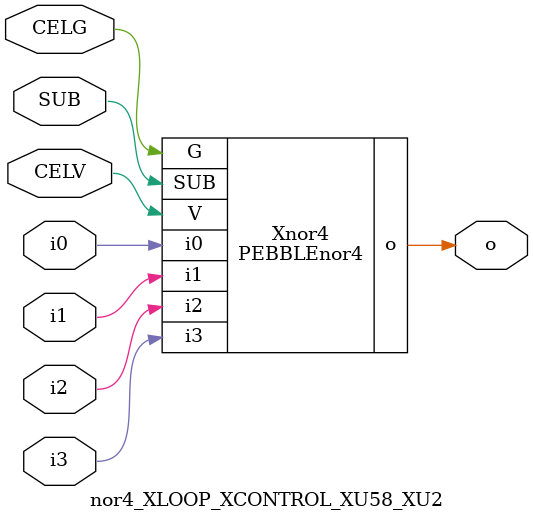
<source format=v>



module PEBBLEnor4 ( o, G, SUB, V, i0, i1, i2, i3 );

  input i0;
  input V;
  input i3;
  input i2;
  input i1;
  input G;
  output o;
  input SUB;
endmodule

//Celera Confidential Do Not Copy nor4_XLOOP_XCONTROL_XU58_XU2
//Celera Confidential Symbol Generator
//nor4
module nor4_XLOOP_XCONTROL_XU58_XU2 (CELV,CELG,i0,i1,i2,i3,o,SUB);
input CELV;
input CELG;
input i0;
input i1;
input i2;
input i3;
input SUB;
output o;

//Celera Confidential Do Not Copy nor4
PEBBLEnor4 Xnor4(
.V (CELV),
.i0 (i0),
.i1 (i1),
.i2 (i2),
.i3 (i3),
.o (o),
.SUB (SUB),
.G (CELG)
);
//,diesize,PEBBLEnor4

//Celera Confidential Do Not Copy Module End
//Celera Schematic Generator
endmodule

</source>
